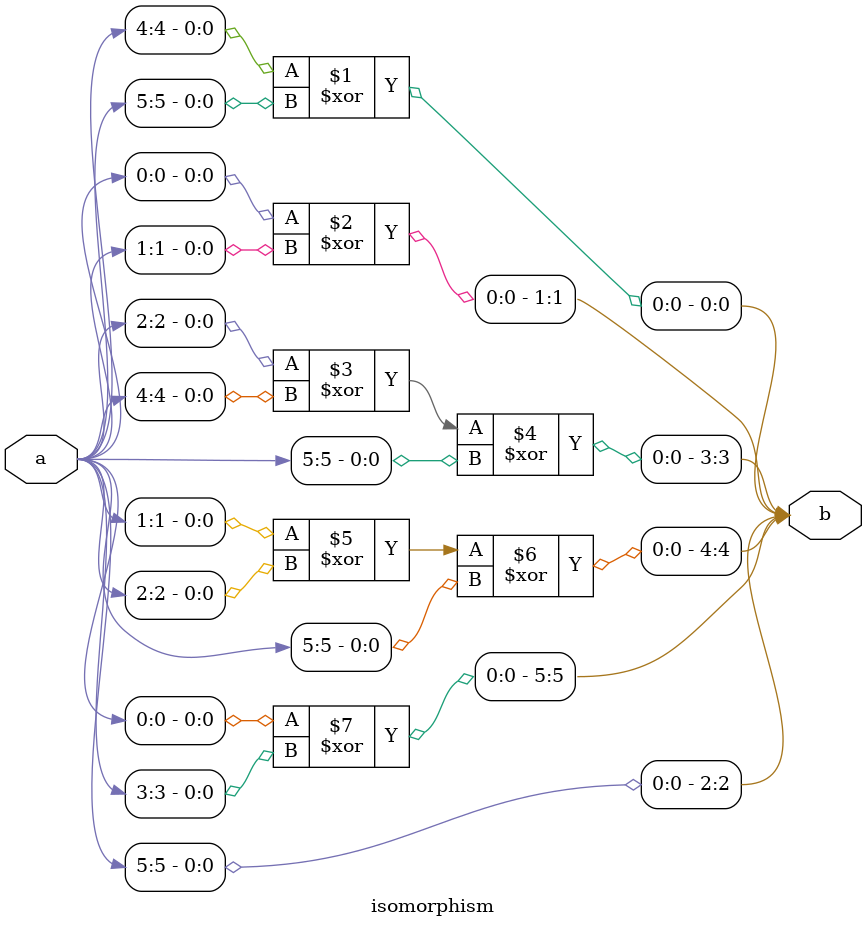
<source format=v>
`timescale 1ns/100ps
module SMS23_10_np_8_5(x,y);
	 input [5:0] x;
	 output [5:0] y;
	 wire [5:0] w;
	 wire [5:0] p;
	 isomorphism C2 (x,w);
	 power_10 C3 (w,p);
	 inv_isomorphism C4 (p,y);
endmodule

module square_base(a,b);
	 input [1:0] a;
	 output [1:0] b;
	 assign b[0]=a[0]^a[1];
	 assign b[1]=a[1];
endmodule

module add_base(a,b,c);
	 input [1:0] a;
	 input [1:0] b;
	 output [1:0] c;
	 assign c[0]=a[0]^b[0];
	 assign c[1]=a[1]^b[1];
endmodule

module constant_multiplication_base_0(a,b);
	 input [1:0] a;
	 output [1:0] b;
	 assign b[0]=0;
	 assign b[1]=0;
endmodule

module constant_multiplication_base_1(a,b);
	 input [1:0] a;
	 output [1:0] b;
	 assign b[0]=a[0];
	 assign b[1]=a[1];
endmodule

module constant_multiplication_base_2(a,b);
	 input [1:0] a;
	 output [1:0] b;
	 assign b[0]=a[1];
	 assign b[1]=a[0]^a[1];
endmodule

module constant_multiplication_base_3(a,b);
	 input [1:0] a;
	 output [1:0] b;
	 assign b[0]=a[0]^a[1];
	 assign b[1]=a[0];
endmodule

module multiplication_base(a,b,c);
	 input [1:0] a;
	 input [1:0] b;
	 output [1:0] c;
	 wire t;
	 assign t=(a[1]&b[1]);
	 assign c[0]=(a[0]&b[0])^t;
	 assign c[1]=(a[0]&b[1])^(a[1]&b[0])^t;
endmodule
module power_10(a,b);
	 input [5:0] a;
	 output [5:0] b;
	 wire [1:0] x_0;
	 wire [1:0] x_1;
	 wire [1:0] x_2;
	 wire [1:0] x_3;
	 wire [1:0] x_4;
	 wire [1:0] x_5;
	 wire [1:0] y_0;
	 wire [1:0] y_1;
	 wire [1:0] y_2;
	 wire [1:0] z_00;
	 wire [1:0] z_01;
	 wire [1:0] z_02;
	 wire [1:0] z_03;
	 wire [1:0] z_04;
	 wire [1:0] z_10;
	 wire [1:0] z_11;
	 wire [1:0] z_12;
	 wire [1:0] z_13;
	 wire [1:0] z_14;
	 wire [1:0] z_20;
	 wire [1:0] z_21;
	 wire [1:0] z_22;
	 wire [1:0] z_23;
	 wire [1:0] z_24;
	 wire [1:0] w_00;
	 wire [1:0] w_01;
	 wire [1:0] w_02;
	 wire [1:0] w_03;
	 wire [1:0] w_04;
	 wire [1:0] w_05;
	 wire [1:0] w_10;
	 wire [1:0] w_11;
	 wire [1:0] w_12;
	 wire [1:0] w_13;
	 wire [1:0] w_14;
	 wire [1:0] w_15;
	 wire [1:0] w_20;
	 wire [1:0] w_21;
	 wire [1:0] w_22;
	 wire [1:0] w_23;
	 wire [1:0] w_24;
	 wire [1:0] w_25;
	 assign x_0[0]=a[0];
	 assign x_0[1]=a[1];
	 assign x_1[0]=a[2];
	 assign x_1[1]=a[3];
	 assign x_2[0]=a[4];
	 assign x_2[1]=a[5];
	 square_base  A1 (x_0,y_0);
	 square_base A2 (x_1,y_1);
	 square_base A3 (x_2,y_2);
	 multiplication_base A4 (y_0,y_1,x_3);
	 multiplication_base A5 (y_0,y_2,x_4);
	 multiplication_base A6 (y_1,y_2,x_5);
	 constant_multiplication_base_1 MC00 (x_0,w_00);
	 constant_multiplication_base_0 MC01 (x_1,w_01);
	 constant_multiplication_base_1 MC02 (x_2,w_02);
	 constant_multiplication_base_1 MC03 (x_3,w_03);
	 constant_multiplication_base_0 MC04 (x_4,w_04);
	 constant_multiplication_base_0 MC05 (x_5,w_05);
	 constant_multiplication_base_1 MC10 (x_0,w_10);
	 constant_multiplication_base_1 MC11 (x_1,w_11);
	 constant_multiplication_base_0 MC12 (x_2,w_12);
	 constant_multiplication_base_0 MC13 (x_3,w_13);
	 constant_multiplication_base_0 MC14 (x_4,w_14);
	 constant_multiplication_base_1 MC15 (x_5,w_15);
	 constant_multiplication_base_0 MC20 (x_0,w_20);
	 constant_multiplication_base_1 MC21 (x_1,w_21);
	 constant_multiplication_base_1 MC22 (x_2,w_22);
	 constant_multiplication_base_0 MC23 (x_3,w_23);
	 constant_multiplication_base_1 MC24 (x_4,w_24);
	 constant_multiplication_base_0 MC25 (x_5,w_25);
	 add_base B00 (w_00,w_01,z_00);
	 add_base B01 (w_02,w_03,z_01);
	 add_base B02 (w_04,w_05,z_02);
	 add_base B03 (z_00,z_01,z_03);
	 add_base B04 (z_03,z_02,z_04);
	 add_base B10 (w_10,w_11,z_10);
	 add_base B11 (w_12,w_13,z_11);
	 add_base B12 (w_14,w_15,z_12);
	 add_base B13 (z_10,z_11,z_13);
	 add_base B14 (z_13,z_12,z_14);
	 add_base B20 (w_20,w_21,z_20);
	 add_base B21 (w_22,w_23,z_21);
	 add_base B22 (w_24,w_25,z_22);
	 add_base B23 (z_20,z_21,z_23);
	 add_base B24 (z_23,z_22,z_24);
	 assign b[0]=z_04[0];
	 assign b[1]=z_04[1];
	 assign b[2]=z_14[0];
	 assign b[3]=z_14[1];
	 assign b[4]=z_24[0];
	 assign b[5]=z_24[1];
endmodule

module inv_isomorphism(a,b);
	 input [5:0] a;
	 output [5:0] b;
	 assign b[0]=a[1]^a[4];
	 assign b[1]=a[0]^a[1]^a[3];
	 assign b[2]=a[1];
	 assign b[3]=a[1]^a[3]^a[4]^a[5];
	 assign b[4]=a[2]^a[3]^a[5];
	 assign b[5]=a[3];
endmodule

module isomorphism(a,b);
	 input [5:0] a;
	 output [5:0] b;
	 assign b[0]=a[4]^a[5];
	 assign b[1]=a[0]^a[1];
	 assign b[2]=a[5];
	 assign b[3]=a[2]^a[4]^a[5];
	 assign b[4]=a[1]^a[2]^a[5];
	 assign b[5]=a[0]^a[3];
endmodule


</source>
